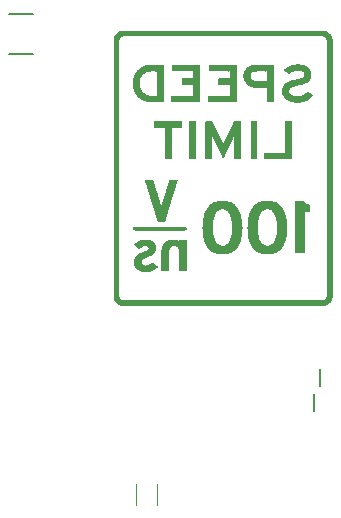
<source format=gbr>
%TF.GenerationSoftware,Altium Limited,Altium Designer,22.9.1 (49)*%
G04 Layer_Color=32896*
%FSLAX45Y45*%
%MOMM*%
%TF.SameCoordinates,E77D5F78-0586-4990-9624-58BD59020D5A*%
%TF.FilePolarity,Positive*%
%TF.FileFunction,Legend,Bot*%
%TF.Part,Single*%
G01*
G75*
%TA.AperFunction,NonConductor*%
%ADD63C,0.10000*%
%ADD64C,0.20000*%
G36*
X3957500Y5875000D02*
X3967500D01*
Y5872500D01*
X3972500D01*
Y5870000D01*
X3980000D01*
Y5867500D01*
X3982500D01*
Y5865000D01*
X3987500D01*
Y5862500D01*
X3992500D01*
Y5860000D01*
X3995000D01*
Y5857500D01*
X3997500D01*
Y5855000D01*
X4000000D01*
Y5852500D01*
X4002500D01*
Y5850000D01*
X4005000D01*
Y5847500D01*
X4007500D01*
Y5845000D01*
X4010000D01*
Y5842500D01*
X4012500D01*
Y5837500D01*
X4015000D01*
Y5832500D01*
X4017500D01*
Y5830000D01*
X4020000D01*
Y5822500D01*
X4022500D01*
Y5817500D01*
X4025000D01*
Y5807500D01*
X4027500D01*
Y3757500D01*
Y3755000D01*
Y3612500D01*
X4025000D01*
Y3602500D01*
X4022500D01*
Y3597500D01*
X4020000D01*
Y3590000D01*
X4017500D01*
Y3587500D01*
X4015000D01*
Y3582500D01*
X4012500D01*
Y3577500D01*
X4010000D01*
Y3575000D01*
X4007500D01*
Y3572500D01*
X4005000D01*
Y3570000D01*
X4002500D01*
Y3567500D01*
X4000000D01*
Y3565000D01*
X3997500D01*
Y3562500D01*
X3995000D01*
Y3560000D01*
X3992500D01*
Y3557500D01*
X3987500D01*
Y3555000D01*
X3982500D01*
Y3552500D01*
X3980000D01*
Y3550000D01*
X3972500D01*
Y3547500D01*
X3967500D01*
Y3545000D01*
X3957500D01*
Y3542500D01*
X2242500D01*
Y3545000D01*
X2232500D01*
Y3547500D01*
X2227500D01*
Y3550000D01*
X2220000D01*
Y3552500D01*
X2217500D01*
Y3555000D01*
X2212500D01*
Y3557500D01*
X2207500D01*
Y3560000D01*
X2205000D01*
Y3562500D01*
X2202500D01*
Y3565000D01*
X2200000D01*
Y3567500D01*
X2197500D01*
Y3570000D01*
X2195000D01*
Y3572500D01*
X2192500D01*
Y3575000D01*
X2190000D01*
Y3577500D01*
X2187500D01*
Y3582500D01*
X2185000D01*
Y3587500D01*
X2182500D01*
Y3590000D01*
X2180000D01*
Y3597500D01*
X2177500D01*
Y3602500D01*
X2175000D01*
Y3612500D01*
X2172500D01*
Y5807500D01*
X2175000D01*
Y5817500D01*
X2177500D01*
Y5822500D01*
X2180000D01*
Y5830000D01*
X2182500D01*
Y5832500D01*
X2185000D01*
Y5837500D01*
X2187500D01*
Y5842500D01*
X2190000D01*
Y5845000D01*
X2192500D01*
Y5847500D01*
X2195000D01*
Y5850000D01*
X2197500D01*
Y5852500D01*
X2200000D01*
Y5855000D01*
X2202500D01*
Y5857500D01*
X2205000D01*
Y5860000D01*
X2207500D01*
Y5862500D01*
X2212500D01*
Y5865000D01*
X2217500D01*
Y5867500D01*
X2220000D01*
Y5870000D01*
X2227500D01*
Y5872500D01*
X2232500D01*
Y5875000D01*
X2242500D01*
Y5877500D01*
X3957500D01*
Y5875000D01*
D02*
G37*
%LPC*%
G36*
X3950000Y5827500D02*
X2250000D01*
Y5825000D01*
X2242500D01*
Y5822500D01*
X2237500D01*
Y5820000D01*
X2235000D01*
Y5817500D01*
X2232500D01*
Y5815000D01*
X2230000D01*
Y5812500D01*
X2227500D01*
Y5807500D01*
X2225000D01*
Y5800000D01*
X2222500D01*
Y5790000D01*
X2220000D01*
Y3630000D01*
X2222500D01*
Y3620000D01*
X2225000D01*
Y3612500D01*
X2227500D01*
Y3607500D01*
X2230000D01*
Y3605000D01*
X2232500D01*
Y3602500D01*
X2235000D01*
Y3600000D01*
X2237500D01*
Y3597500D01*
X2242500D01*
Y3595000D01*
X2250000D01*
Y3592500D01*
X3950000D01*
Y3595000D01*
X3957500D01*
Y3597500D01*
X3962500D01*
Y3600000D01*
X3965000D01*
Y3602500D01*
X3967500D01*
Y3605000D01*
X3970000D01*
Y3607500D01*
X3972500D01*
Y3612500D01*
X3975000D01*
Y3620000D01*
X3977500D01*
Y3630000D01*
X3980000D01*
Y3632500D01*
X3977500D01*
Y3637500D01*
X3980000D01*
Y3657500D01*
Y3660000D01*
Y5782500D01*
X3977500D01*
Y5787500D01*
X3980000D01*
Y5790000D01*
X3977500D01*
Y5800000D01*
X3975000D01*
Y5807500D01*
X3972500D01*
Y5812500D01*
X3970000D01*
Y5815000D01*
X3967500D01*
Y5817500D01*
X3965000D01*
Y5820000D01*
X3962500D01*
Y5822500D01*
X3957500D01*
Y5825000D01*
X3950000D01*
Y5827500D01*
D02*
G37*
%LPD*%
G36*
X3215000Y5587500D02*
X3217500D01*
Y5270000D01*
X2972500D01*
Y5325000D01*
X2977500D01*
Y5327500D01*
X3147500D01*
Y5325000D01*
X3152500D01*
Y5327500D01*
X3157500D01*
Y5412500D01*
X3155000D01*
Y5415000D01*
X3060000D01*
Y5470000D01*
X3062500D01*
Y5472500D01*
X3157500D01*
Y5530000D01*
X3155000D01*
Y5532500D01*
X3147500D01*
Y5530000D01*
X3142500D01*
Y5532500D01*
X2985000D01*
Y5530000D01*
X2982500D01*
Y5532500D01*
X2980000D01*
Y5590000D01*
X3215000D01*
Y5587500D01*
D02*
G37*
G36*
X2907500Y5270000D02*
X2665000D01*
Y5272500D01*
X2662500D01*
Y5325000D01*
X2665000D01*
Y5327500D01*
X2670000D01*
Y5325000D01*
X2672500D01*
Y5327500D01*
X2842500D01*
Y5325000D01*
X2845000D01*
Y5327500D01*
X2847500D01*
Y5415000D01*
X2750000D01*
Y5470000D01*
X2752500D01*
Y5472500D01*
X2847500D01*
Y5532500D01*
X2670000D01*
Y5535000D01*
X2667500D01*
Y5540000D01*
X2670000D01*
Y5590000D01*
X2907500D01*
Y5270000D01*
D02*
G37*
G36*
X3532500Y5587500D02*
X3535000D01*
Y5450000D01*
Y5447500D01*
Y5270000D01*
X3475000D01*
Y5392500D01*
X3472500D01*
Y5395000D01*
X3357500D01*
Y5397500D01*
X3342500D01*
Y5400000D01*
X3337500D01*
Y5402500D01*
X3330000D01*
Y5405000D01*
X3325000D01*
Y5407500D01*
X3320000D01*
Y5410000D01*
X3315000D01*
Y5412500D01*
X3312500D01*
Y5415000D01*
X3310000D01*
Y5417500D01*
X3307500D01*
Y5420000D01*
X3305000D01*
Y5422500D01*
X3300000D01*
Y5425000D01*
X3297500D01*
Y5430000D01*
X3295000D01*
Y5432500D01*
X3292500D01*
Y5435000D01*
X3290000D01*
Y5440000D01*
X3287500D01*
Y5442500D01*
X3285000D01*
Y5447500D01*
X3282500D01*
Y5452500D01*
X3280000D01*
Y5460000D01*
X3277500D01*
Y5465000D01*
X3275000D01*
Y5477500D01*
X3272500D01*
Y5507500D01*
X3275000D01*
Y5517500D01*
X3277500D01*
Y5525000D01*
X3280000D01*
Y5532500D01*
X3282500D01*
Y5535000D01*
X3285000D01*
Y5540000D01*
X3287500D01*
Y5545000D01*
X3290000D01*
Y5547500D01*
X3292500D01*
Y5552500D01*
X3295000D01*
Y5555000D01*
X3297500D01*
Y5557500D01*
X3300000D01*
Y5560000D01*
X3302500D01*
Y5562500D01*
X3305000D01*
Y5565000D01*
X3310000D01*
Y5567500D01*
X3312500D01*
Y5570000D01*
X3317500D01*
Y5572500D01*
X3320000D01*
Y5575000D01*
X3325000D01*
Y5577500D01*
X3330000D01*
Y5580000D01*
X3335000D01*
Y5582500D01*
X3342500D01*
Y5585000D01*
X3355000D01*
Y5587500D01*
X3372500D01*
Y5590000D01*
X3532500D01*
Y5587500D01*
D02*
G37*
G36*
X2595000D02*
X2597500D01*
Y5270000D01*
X2467500D01*
Y5272500D01*
X2455000D01*
Y5275000D01*
X2445000D01*
Y5277500D01*
X2435000D01*
Y5280000D01*
X2430000D01*
Y5282500D01*
X2425000D01*
Y5285000D01*
X2420000D01*
Y5287500D01*
X2415000D01*
Y5290000D01*
X2410000D01*
Y5292500D01*
X2407500D01*
Y5295000D01*
X2402500D01*
Y5297500D01*
X2397500D01*
Y5300000D01*
X2395000D01*
Y5302500D01*
X2392500D01*
Y5305000D01*
X2390000D01*
Y5307500D01*
X2387500D01*
Y5310000D01*
X2382500D01*
Y5312500D01*
X2380000D01*
Y5315000D01*
X2377500D01*
Y5317500D01*
X2375000D01*
Y5322500D01*
X2372500D01*
Y5325000D01*
X2370000D01*
Y5327500D01*
X2367500D01*
Y5330000D01*
X2365000D01*
Y5335000D01*
X2362500D01*
Y5337500D01*
X2360000D01*
Y5342500D01*
X2357500D01*
Y5345000D01*
X2355000D01*
Y5350000D01*
X2352500D01*
Y5355000D01*
X2350000D01*
Y5360000D01*
X2347500D01*
Y5367500D01*
X2345000D01*
Y5375000D01*
X2342500D01*
Y5382500D01*
X2340000D01*
Y5397500D01*
X2337500D01*
Y5417500D01*
X2335000D01*
Y5440000D01*
X2337500D01*
Y5460000D01*
X2340000D01*
Y5475000D01*
X2342500D01*
Y5482500D01*
X2345000D01*
Y5490000D01*
X2347500D01*
Y5497500D01*
X2350000D01*
Y5502500D01*
X2352500D01*
Y5507500D01*
X2355000D01*
Y5512500D01*
X2357500D01*
Y5517500D01*
X2360000D01*
Y5520000D01*
X2362500D01*
Y5525000D01*
X2365000D01*
Y5527500D01*
X2367500D01*
Y5530000D01*
X2370000D01*
Y5532500D01*
X2372500D01*
Y5537500D01*
X2375000D01*
Y5540000D01*
X2377500D01*
Y5542500D01*
X2380000D01*
Y5545000D01*
X2382500D01*
Y5547500D01*
X2385000D01*
Y5550000D01*
X2390000D01*
Y5552500D01*
X2392500D01*
Y5555000D01*
X2395000D01*
Y5557500D01*
X2400000D01*
Y5560000D01*
X2402500D01*
Y5562500D01*
X2405000D01*
Y5565000D01*
X2410000D01*
Y5567500D01*
X2412500D01*
Y5570000D01*
X2420000D01*
Y5572500D01*
X2425000D01*
Y5575000D01*
X2430000D01*
Y5577500D01*
X2437500D01*
Y5580000D01*
X2442500D01*
Y5582500D01*
X2452500D01*
Y5585000D01*
X2465000D01*
Y5587500D01*
X2482500D01*
Y5590000D01*
X2595000D01*
Y5587500D01*
D02*
G37*
G36*
X3752500Y5590000D02*
X3772500D01*
Y5587500D01*
X3780000D01*
Y5585000D01*
X3787500D01*
Y5582500D01*
X3795000D01*
Y5580000D01*
X3800000D01*
Y5577500D01*
X3805000D01*
Y5575000D01*
X3807500D01*
Y5572500D01*
X3812500D01*
Y5570000D01*
X3815000D01*
Y5567500D01*
X3820000D01*
Y5565000D01*
X3822500D01*
Y5562500D01*
X3825000D01*
Y5560000D01*
X3827500D01*
Y5557500D01*
X3830000D01*
Y5552500D01*
X3832500D01*
Y5550000D01*
X3835000D01*
Y5547500D01*
X3837500D01*
Y5542500D01*
X3840000D01*
Y5537500D01*
X3842500D01*
Y5532500D01*
X3845000D01*
Y5525000D01*
X3847500D01*
Y5482500D01*
X3845000D01*
Y5475000D01*
X3842500D01*
Y5470000D01*
X3840000D01*
Y5462500D01*
X3837500D01*
Y5460000D01*
X3835000D01*
Y5457500D01*
X3832500D01*
Y5452500D01*
X3830000D01*
Y5450000D01*
X3827500D01*
Y5447500D01*
X3825000D01*
Y5445000D01*
X3822500D01*
Y5442500D01*
X3817500D01*
Y5440000D01*
X3815000D01*
Y5437500D01*
X3812500D01*
Y5435000D01*
X3807500D01*
Y5432500D01*
X3805000D01*
Y5430000D01*
X3797500D01*
Y5427500D01*
X3792500D01*
Y5425000D01*
X3782500D01*
Y5422500D01*
X3772500D01*
Y5420000D01*
X3765000D01*
Y5417500D01*
X3755000D01*
Y5415000D01*
X3747500D01*
Y5412500D01*
X3737500D01*
Y5410000D01*
X3725000D01*
Y5407500D01*
X3720000D01*
Y5405000D01*
X3707500D01*
Y5402500D01*
X3697500D01*
Y5400000D01*
X3692500D01*
Y5397500D01*
X3685000D01*
Y5395000D01*
X3677500D01*
Y5392500D01*
X3675000D01*
Y5390000D01*
X3670000D01*
Y5387500D01*
X3667500D01*
Y5385000D01*
X3665000D01*
Y5382500D01*
X3662500D01*
Y5377500D01*
X3660000D01*
Y5370000D01*
X3657500D01*
Y5365000D01*
X3660000D01*
Y5362500D01*
X3657500D01*
Y5360000D01*
X3660000D01*
Y5352500D01*
X3662500D01*
Y5347500D01*
X3665000D01*
Y5345000D01*
X3667500D01*
Y5342500D01*
X3670000D01*
Y5340000D01*
X3672500D01*
Y5337500D01*
X3675000D01*
Y5335000D01*
X3680000D01*
Y5332500D01*
X3685000D01*
Y5330000D01*
X3692500D01*
Y5327500D01*
X3700000D01*
Y5325000D01*
X3717500D01*
Y5322500D01*
X3742500D01*
Y5325000D01*
X3760000D01*
Y5327500D01*
X3767500D01*
Y5330000D01*
X3775000D01*
Y5332500D01*
X3780000D01*
Y5335000D01*
X3785000D01*
Y5337500D01*
X3790000D01*
Y5340000D01*
X3792500D01*
Y5342500D01*
X3795000D01*
Y5345000D01*
X3800000D01*
Y5347500D01*
X3802500D01*
Y5350000D01*
X3805000D01*
Y5352500D01*
X3807500D01*
Y5355000D01*
X3810000D01*
Y5357500D01*
X3812500D01*
Y5360000D01*
X3815000D01*
Y5362500D01*
X3820000D01*
Y5360000D01*
X3822500D01*
Y5357500D01*
X3825000D01*
Y5355000D01*
X3830000D01*
Y5352500D01*
X3832500D01*
Y5350000D01*
X3835000D01*
Y5347500D01*
X3840000D01*
Y5345000D01*
X3842500D01*
Y5342500D01*
X3845000D01*
Y5340000D01*
X3850000D01*
Y5337500D01*
X3852500D01*
Y5335000D01*
X3855000D01*
Y5332500D01*
X3857500D01*
Y5330000D01*
X3862500D01*
Y5325000D01*
X3860000D01*
Y5322500D01*
X3857500D01*
Y5320000D01*
X3855000D01*
Y5317500D01*
X3852500D01*
Y5315000D01*
X3850000D01*
Y5312500D01*
X3847500D01*
Y5310000D01*
X3845000D01*
Y5307500D01*
X3842500D01*
Y5305000D01*
X3840000D01*
Y5302500D01*
X3835000D01*
Y5300000D01*
X3832500D01*
Y5297500D01*
X3830000D01*
Y5295000D01*
X3825000D01*
Y5292500D01*
X3822500D01*
Y5290000D01*
X3817500D01*
Y5287500D01*
X3815000D01*
Y5285000D01*
X3810000D01*
Y5282500D01*
X3802500D01*
Y5280000D01*
X3797500D01*
Y5277500D01*
X3790000D01*
Y5275000D01*
X3782500D01*
Y5272500D01*
X3775000D01*
Y5270000D01*
X3760000D01*
Y5267500D01*
X3740000D01*
Y5265000D01*
X3717500D01*
Y5267500D01*
X3697500D01*
Y5270000D01*
X3685000D01*
Y5272500D01*
X3677500D01*
Y5275000D01*
X3670000D01*
Y5277500D01*
X3662500D01*
Y5280000D01*
X3657500D01*
Y5282500D01*
X3652500D01*
Y5285000D01*
X3647500D01*
Y5287500D01*
X3642500D01*
Y5290000D01*
X3640000D01*
Y5292500D01*
X3635000D01*
Y5295000D01*
X3632500D01*
Y5297500D01*
X3630000D01*
Y5300000D01*
X3627500D01*
Y5302500D01*
X3625000D01*
Y5305000D01*
X3622500D01*
Y5307500D01*
X3620000D01*
Y5310000D01*
X3617500D01*
Y5312500D01*
X3615000D01*
Y5315000D01*
X3612500D01*
Y5320000D01*
X3610000D01*
Y5322500D01*
X3607500D01*
Y5330000D01*
X3605000D01*
Y5335000D01*
X3602500D01*
Y5345000D01*
X3600000D01*
Y5380000D01*
X3602500D01*
Y5390000D01*
X3605000D01*
Y5397500D01*
X3607500D01*
Y5402500D01*
X3610000D01*
Y5407500D01*
X3612500D01*
Y5412500D01*
X3615000D01*
Y5415000D01*
X3617500D01*
Y5417500D01*
X3620000D01*
Y5422500D01*
X3622500D01*
Y5425000D01*
X3625000D01*
Y5427500D01*
X3627500D01*
Y5430000D01*
X3630000D01*
Y5432500D01*
X3635000D01*
Y5435000D01*
X3637500D01*
Y5437500D01*
X3642500D01*
Y5440000D01*
X3645000D01*
Y5442500D01*
X3652500D01*
Y5445000D01*
X3657500D01*
Y5447500D01*
X3662500D01*
Y5450000D01*
X3670000D01*
Y5452500D01*
X3677500D01*
Y5455000D01*
X3685000D01*
Y5457500D01*
X3697500D01*
Y5460000D01*
X3702500D01*
Y5462500D01*
X3715000D01*
Y5465000D01*
X3727500D01*
Y5467500D01*
X3737500D01*
Y5470000D01*
X3750000D01*
Y5472500D01*
X3757500D01*
Y5475000D01*
X3765000D01*
Y5477500D01*
X3772500D01*
Y5480000D01*
X3775000D01*
Y5482500D01*
X3780000D01*
Y5485000D01*
X3782500D01*
Y5487500D01*
X3785000D01*
Y5490000D01*
X3787500D01*
Y5515000D01*
X3785000D01*
Y5520000D01*
X3782500D01*
Y5522500D01*
X3780000D01*
Y5525000D01*
X3777500D01*
Y5527500D01*
X3772500D01*
Y5530000D01*
X3767500D01*
Y5532500D01*
X3760000D01*
Y5535000D01*
X3740000D01*
Y5537500D01*
X3732500D01*
Y5535000D01*
X3710000D01*
Y5532500D01*
X3702500D01*
Y5530000D01*
X3692500D01*
Y5527500D01*
X3687500D01*
Y5525000D01*
X3682500D01*
Y5522500D01*
X3677500D01*
Y5520000D01*
X3675000D01*
Y5517500D01*
X3672500D01*
Y5515000D01*
X3667500D01*
Y5512500D01*
X3665000D01*
Y5510000D01*
X3662500D01*
Y5507500D01*
X3660000D01*
Y5505000D01*
X3657500D01*
Y5507500D01*
X3655000D01*
Y5510000D01*
X3650000D01*
Y5512500D01*
X3647500D01*
Y5515000D01*
X3645000D01*
Y5517500D01*
X3642500D01*
Y5520000D01*
X3640000D01*
Y5522500D01*
X3637500D01*
Y5525000D01*
X3635000D01*
Y5527500D01*
X3630000D01*
Y5530000D01*
X3627500D01*
Y5532500D01*
X3625000D01*
Y5535000D01*
X3622500D01*
Y5537500D01*
X3620000D01*
Y5540000D01*
X3617500D01*
Y5547500D01*
X3620000D01*
Y5550000D01*
X3622500D01*
Y5552500D01*
X3625000D01*
Y5555000D01*
X3630000D01*
Y5557500D01*
X3632500D01*
Y5560000D01*
X3635000D01*
Y5562500D01*
X3640000D01*
Y5565000D01*
X3642500D01*
Y5567500D01*
X3647500D01*
Y5570000D01*
X3652500D01*
Y5572500D01*
X3655000D01*
Y5575000D01*
X3660000D01*
Y5577500D01*
X3667500D01*
Y5580000D01*
X3672500D01*
Y5582500D01*
X3680000D01*
Y5585000D01*
X3690000D01*
Y5587500D01*
X3697500D01*
Y5590000D01*
X3720000D01*
Y5592500D01*
X3752500D01*
Y5590000D01*
D02*
G37*
G36*
X3250000Y4790000D02*
X3195000D01*
Y4792500D01*
X3192500D01*
Y4795000D01*
X3195000D01*
Y4800000D01*
X3192500D01*
Y4917500D01*
X3195000D01*
Y4920000D01*
X3192500D01*
Y4927500D01*
X3195000D01*
Y4937500D01*
X3192500D01*
Y4950000D01*
X3195000D01*
Y4957500D01*
X3192500D01*
Y4967500D01*
X3195000D01*
Y4972500D01*
X3192500D01*
Y4977500D01*
X3190000D01*
Y4975000D01*
X3187500D01*
Y4967500D01*
X3185000D01*
Y4962500D01*
X3182500D01*
Y4960000D01*
X3180000D01*
Y4952500D01*
X3177500D01*
Y4950000D01*
X3175000D01*
Y4942500D01*
X3172500D01*
Y4937500D01*
X3170000D01*
Y4932500D01*
X3167500D01*
Y4927500D01*
X3165000D01*
Y4920000D01*
X3162500D01*
Y4917500D01*
X3160000D01*
Y4910000D01*
X3157500D01*
Y4905000D01*
X3155000D01*
Y4902500D01*
X3152500D01*
Y4895000D01*
X3150000D01*
Y4890000D01*
X3147500D01*
Y4885000D01*
X3145000D01*
Y4880000D01*
X3142500D01*
Y4875000D01*
X3140000D01*
Y4870000D01*
X3137500D01*
Y4865000D01*
X3135000D01*
Y4860000D01*
X3132500D01*
Y4852500D01*
X3130000D01*
Y4850000D01*
X3127500D01*
Y4842500D01*
X3125000D01*
Y4837500D01*
X3122500D01*
Y4832500D01*
X3120000D01*
Y4827500D01*
X3117500D01*
Y4822500D01*
X3115000D01*
Y4817500D01*
X3112500D01*
Y4810000D01*
X3110000D01*
Y4807500D01*
X3107500D01*
Y4800000D01*
X3105000D01*
Y4795000D01*
X3102500D01*
Y4792500D01*
X3100000D01*
Y4795000D01*
X3097500D01*
Y4800000D01*
X3095000D01*
Y4805000D01*
X3092500D01*
Y4810000D01*
X3090000D01*
Y4815000D01*
X3087500D01*
Y4820000D01*
X3085000D01*
Y4825000D01*
X3082500D01*
Y4830000D01*
X3080000D01*
Y4837500D01*
X3077500D01*
Y4840000D01*
X3075000D01*
Y4845000D01*
X3072500D01*
Y4852500D01*
X3070000D01*
Y4855000D01*
X3067500D01*
Y4862500D01*
X3065000D01*
Y4867500D01*
X3062500D01*
Y4872500D01*
X3060000D01*
Y4877500D01*
X3057500D01*
Y4882500D01*
X3055000D01*
Y4887500D01*
X3052500D01*
Y4892500D01*
X3050000D01*
Y4897500D01*
X3047500D01*
Y4902500D01*
X3045000D01*
Y4910000D01*
X3042500D01*
Y4912500D01*
X3040000D01*
Y4920000D01*
X3037500D01*
Y4925000D01*
X3035000D01*
Y4930000D01*
X3032500D01*
Y4935000D01*
X3030000D01*
Y4940000D01*
X3027500D01*
Y4945000D01*
X3025000D01*
Y4950000D01*
X3022500D01*
Y4955000D01*
X3020000D01*
Y4960000D01*
X3017500D01*
Y4965000D01*
X3015000D01*
Y4970000D01*
X3012500D01*
Y4977500D01*
X3007500D01*
Y4790000D01*
X2952500D01*
Y4792500D01*
X2950000D01*
Y5107500D01*
X2952500D01*
Y5110000D01*
X3007500D01*
Y5105000D01*
X3010000D01*
Y5102500D01*
X3012500D01*
Y5095000D01*
X3015000D01*
Y5090000D01*
X3017500D01*
Y5085000D01*
X3020000D01*
Y5080000D01*
X3022500D01*
Y5075000D01*
X3025000D01*
Y5070000D01*
X3027500D01*
Y5065000D01*
X3030000D01*
Y5060000D01*
X3032500D01*
Y5055000D01*
X3035000D01*
Y5050000D01*
X3037500D01*
Y5045000D01*
X3040000D01*
Y5040000D01*
X3042500D01*
Y5035000D01*
X3045000D01*
Y5030000D01*
X3047500D01*
Y5025000D01*
X3050000D01*
Y5020000D01*
X3052500D01*
Y5015000D01*
X3055000D01*
Y5010000D01*
X3057500D01*
Y5005000D01*
X3060000D01*
Y5000000D01*
X3062500D01*
Y4995000D01*
X3065000D01*
Y4990000D01*
X3067500D01*
Y4982500D01*
X3070000D01*
Y4980000D01*
X3072500D01*
Y4975000D01*
X3075000D01*
Y4970000D01*
X3077500D01*
Y4965000D01*
X3080000D01*
Y4960000D01*
X3082500D01*
Y4955000D01*
X3085000D01*
Y4950000D01*
X3087500D01*
Y4942500D01*
X3090000D01*
Y4940000D01*
X3092500D01*
Y4935000D01*
X3095000D01*
Y4930000D01*
X3097500D01*
Y4925000D01*
X3100000D01*
Y4922500D01*
X3102500D01*
Y4925000D01*
X3105000D01*
Y4930000D01*
X3107500D01*
Y4937500D01*
X3110000D01*
Y4940000D01*
X3112500D01*
Y4947500D01*
X3115000D01*
Y4952500D01*
X3117500D01*
Y4955000D01*
X3120000D01*
Y4962500D01*
X3122500D01*
Y4967500D01*
X3125000D01*
Y4972500D01*
X3127500D01*
Y4977500D01*
X3130000D01*
Y4982500D01*
X3132500D01*
Y4987500D01*
X3135000D01*
Y4992500D01*
X3137500D01*
Y4997500D01*
X3140000D01*
Y5002500D01*
X3142500D01*
Y5007500D01*
X3145000D01*
Y5012500D01*
X3147500D01*
Y5017500D01*
X3150000D01*
Y5022500D01*
X3152500D01*
Y5027500D01*
X3155000D01*
Y5032500D01*
X3157500D01*
Y5037500D01*
X3160000D01*
Y5045000D01*
X3162500D01*
Y5047500D01*
X3165000D01*
Y5052500D01*
X3167500D01*
Y5060000D01*
X3170000D01*
Y5062500D01*
X3172500D01*
Y5067500D01*
X3175000D01*
Y5075000D01*
X3177500D01*
Y5077500D01*
X3180000D01*
Y5085000D01*
X3182500D01*
Y5087500D01*
X3185000D01*
Y5095000D01*
X3187500D01*
Y5100000D01*
X3190000D01*
Y5102500D01*
X3192500D01*
Y5110000D01*
X3250000D01*
Y4790000D01*
D02*
G37*
G36*
X3682500Y5107500D02*
X3685000D01*
Y4792500D01*
X3682500D01*
Y4790000D01*
X3445000D01*
Y4837500D01*
X3452500D01*
Y4840000D01*
X3627500D01*
Y5070000D01*
Y5072500D01*
Y5110000D01*
X3682500D01*
Y5107500D01*
D02*
G37*
G36*
X3390000Y4790000D02*
X3332500D01*
Y4817500D01*
Y4820000D01*
Y5107500D01*
X3335000D01*
Y5110000D01*
X3390000D01*
Y4790000D01*
D02*
G37*
G36*
X2867500D02*
X2810000D01*
Y5032500D01*
Y5035000D01*
Y5110000D01*
X2867500D01*
Y4790000D01*
D02*
G37*
G36*
X2755000Y5052500D02*
X2665000D01*
Y4880000D01*
Y4877500D01*
Y4792500D01*
X2662500D01*
Y4790000D01*
X2607500D01*
Y5052500D01*
X2517500D01*
Y5055000D01*
X2515000D01*
Y5107500D01*
X2517500D01*
Y5110000D01*
X2755000D01*
Y5052500D01*
D02*
G37*
G36*
X2715000Y4605000D02*
X2712500D01*
Y4592500D01*
X2710000D01*
Y4590000D01*
X2707500D01*
Y4580000D01*
X2705000D01*
Y4570000D01*
X2702500D01*
Y4565000D01*
X2700000D01*
Y4555000D01*
X2697500D01*
Y4545000D01*
X2695000D01*
Y4540000D01*
X2692500D01*
Y4527500D01*
X2690000D01*
Y4522500D01*
X2687500D01*
Y4515000D01*
X2685000D01*
Y4502500D01*
X2682500D01*
Y4497500D01*
X2680000D01*
Y4490000D01*
X2677500D01*
Y4480000D01*
X2675000D01*
Y4472500D01*
X2672500D01*
Y4465000D01*
X2670000D01*
Y4457500D01*
X2667500D01*
Y4447500D01*
X2665000D01*
Y4440000D01*
X2662500D01*
Y4432500D01*
X2660000D01*
Y4422500D01*
X2657500D01*
Y4415000D01*
X2655000D01*
Y4407500D01*
X2652500D01*
Y4397500D01*
X2650000D01*
Y4390000D01*
X2647500D01*
Y4382500D01*
X2645000D01*
Y4372500D01*
X2642500D01*
Y4365000D01*
X2640000D01*
Y4357500D01*
X2637500D01*
Y4347500D01*
X2635000D01*
Y4340000D01*
X2632500D01*
Y4332500D01*
X2630000D01*
Y4325000D01*
X2627500D01*
Y4315000D01*
X2625000D01*
Y4307500D01*
X2622500D01*
Y4300000D01*
X2620000D01*
Y4290000D01*
X2617500D01*
Y4285000D01*
X2615000D01*
Y4275000D01*
X2612500D01*
Y4265000D01*
X2610000D01*
Y4260000D01*
X2607500D01*
Y4257500D01*
X2545000D01*
Y4267500D01*
X2542500D01*
Y4272500D01*
X2540000D01*
Y4282500D01*
X2537500D01*
Y4290000D01*
X2535000D01*
Y4297500D01*
X2532500D01*
Y4307500D01*
X2530000D01*
Y4312500D01*
X2527500D01*
Y4322500D01*
X2525000D01*
Y4330000D01*
X2522500D01*
Y4337500D01*
X2520000D01*
Y4347500D01*
X2517500D01*
Y4355000D01*
X2515000D01*
Y4362500D01*
X2512500D01*
Y4372500D01*
X2510000D01*
Y4380000D01*
X2507500D01*
Y4387500D01*
X2505000D01*
Y4397500D01*
X2502500D01*
Y4402500D01*
X2500000D01*
Y4412500D01*
X2497500D01*
Y4417500D01*
X2495000D01*
Y4427500D01*
X2492500D01*
Y4437500D01*
X2490000D01*
Y4442500D01*
X2487500D01*
Y4452500D01*
X2485000D01*
Y4462500D01*
X2482500D01*
Y4467500D01*
X2480000D01*
Y4477500D01*
X2477500D01*
Y4485000D01*
X2475000D01*
Y4492500D01*
X2472500D01*
Y4502500D01*
X2470000D01*
Y4507500D01*
X2467500D01*
Y4517500D01*
X2465000D01*
Y4527500D01*
X2462500D01*
Y4532500D01*
X2460000D01*
Y4542500D01*
X2457500D01*
Y4550000D01*
X2455000D01*
Y4557500D01*
X2452500D01*
Y4567500D01*
X2450000D01*
Y4572500D01*
X2447500D01*
Y4582500D01*
X2445000D01*
Y4590000D01*
X2442500D01*
Y4597500D01*
X2440000D01*
Y4610000D01*
X2510000D01*
Y4605000D01*
X2512500D01*
Y4592500D01*
X2515000D01*
Y4587500D01*
X2517500D01*
Y4580000D01*
X2520000D01*
Y4570000D01*
X2522500D01*
Y4565000D01*
X2525000D01*
Y4555000D01*
X2527500D01*
Y4545000D01*
X2530000D01*
Y4540000D01*
X2532500D01*
Y4530000D01*
X2535000D01*
Y4522500D01*
X2537500D01*
Y4515000D01*
X2540000D01*
Y4505000D01*
X2542500D01*
Y4500000D01*
X2545000D01*
Y4492500D01*
X2547500D01*
Y4482500D01*
X2550000D01*
Y4475000D01*
X2552500D01*
Y4467500D01*
X2555000D01*
Y4460000D01*
X2557500D01*
Y4450000D01*
X2560000D01*
Y4442500D01*
X2562500D01*
Y4437500D01*
X2565000D01*
Y4427500D01*
X2567500D01*
Y4420000D01*
X2570000D01*
Y4412500D01*
X2572500D01*
Y4405000D01*
X2575000D01*
Y4402500D01*
X2580000D01*
Y4407500D01*
X2582500D01*
Y4417500D01*
X2585000D01*
Y4425000D01*
X2587500D01*
Y4432500D01*
X2590000D01*
Y4440000D01*
X2592500D01*
Y4447500D01*
X2595000D01*
Y4455000D01*
X2597500D01*
Y4462500D01*
X2600000D01*
Y4472500D01*
X2602500D01*
Y4480000D01*
X2605000D01*
Y4487500D01*
X2607500D01*
Y4495000D01*
X2610000D01*
Y4502500D01*
X2612500D01*
Y4510000D01*
X2615000D01*
Y4520000D01*
X2617500D01*
Y4525000D01*
X2620000D01*
Y4535000D01*
X2622500D01*
Y4540000D01*
X2625000D01*
Y4547500D01*
X2627500D01*
Y4560000D01*
X2630000D01*
Y4565000D01*
X2632500D01*
Y4572500D01*
X2635000D01*
Y4582500D01*
X2637500D01*
Y4587500D01*
X2640000D01*
Y4597500D01*
X2642500D01*
Y4605000D01*
X2645000D01*
Y4610000D01*
X2715000D01*
Y4605000D01*
D02*
G37*
G36*
X2780000Y4215000D02*
X2787500D01*
Y4210000D01*
X2792500D01*
Y4202500D01*
X2795000D01*
Y4197500D01*
X2792500D01*
Y4190000D01*
X2787500D01*
Y4185000D01*
X2780000D01*
Y4182500D01*
X2352500D01*
Y4185000D01*
X2342500D01*
Y4187500D01*
X2340000D01*
Y4190000D01*
X2337500D01*
Y4192500D01*
X2335000D01*
Y4207500D01*
X2337500D01*
Y4210000D01*
X2340000D01*
Y4212500D01*
X2342500D01*
Y4215000D01*
X2352500D01*
Y4217500D01*
X2780000D01*
Y4215000D01*
D02*
G37*
G36*
X3782500Y4430000D02*
X3785000D01*
Y4425000D01*
X3787500D01*
Y4422500D01*
X3792500D01*
Y4417500D01*
X3797500D01*
Y4415000D01*
X3800000D01*
Y4412500D01*
X3805000D01*
Y4410000D01*
X3810000D01*
Y4407500D01*
X3815000D01*
Y4405000D01*
X3825000D01*
Y4402500D01*
X3837500D01*
Y4400000D01*
X3840000D01*
Y4345000D01*
X3837500D01*
Y4342500D01*
X3800000D01*
Y4340000D01*
X3797500D01*
Y4270000D01*
Y4267500D01*
Y3990000D01*
X3712500D01*
Y4432500D01*
X3782500D01*
Y4430000D01*
D02*
G37*
G36*
X3495000Y4435000D02*
X3515000D01*
Y4432500D01*
X3522500D01*
Y4430000D01*
X3535000D01*
Y4427500D01*
X3540000D01*
Y4425000D01*
X3545000D01*
Y4422500D01*
X3552500D01*
Y4420000D01*
X3555000D01*
Y4417500D01*
X3560000D01*
Y4415000D01*
X3565000D01*
Y4412500D01*
X3567500D01*
Y4410000D01*
X3570000D01*
Y4407500D01*
X3575000D01*
Y4405000D01*
X3577500D01*
Y4402500D01*
X3580000D01*
Y4400000D01*
X3582500D01*
Y4397500D01*
X3585000D01*
Y4395000D01*
X3587500D01*
Y4392500D01*
X3590000D01*
Y4390000D01*
X3592500D01*
Y4387500D01*
X3595000D01*
Y4385000D01*
X3597500D01*
Y4380000D01*
X3600000D01*
Y4375000D01*
X3602500D01*
Y4372500D01*
X3605000D01*
Y4370000D01*
X3607500D01*
Y4365000D01*
X3610000D01*
Y4362500D01*
X3612500D01*
Y4355000D01*
X3615000D01*
Y4352500D01*
X3617500D01*
Y4347500D01*
X3620000D01*
Y4337500D01*
X3622500D01*
Y4335000D01*
X3625000D01*
Y4327500D01*
X3627500D01*
Y4317500D01*
X3630000D01*
Y4312500D01*
X3632500D01*
Y4302500D01*
X3635000D01*
Y4292500D01*
X3637500D01*
Y4290000D01*
X3635000D01*
Y4285000D01*
X3637500D01*
Y4280000D01*
X3640000D01*
Y4252500D01*
X3642500D01*
Y4250000D01*
X3640000D01*
Y4247500D01*
X3642500D01*
Y4217500D01*
X3645000D01*
Y4200000D01*
X3642500D01*
Y4165000D01*
X3640000D01*
Y4142500D01*
X3637500D01*
Y4127500D01*
X3635000D01*
Y4115000D01*
X3632500D01*
Y4105000D01*
X3630000D01*
Y4097500D01*
X3627500D01*
Y4087500D01*
X3625000D01*
Y4082500D01*
X3622500D01*
Y4075000D01*
X3620000D01*
Y4070000D01*
X3617500D01*
Y4065000D01*
X3615000D01*
Y4060000D01*
X3612500D01*
Y4055000D01*
X3610000D01*
Y4050000D01*
X3607500D01*
Y4047500D01*
X3605000D01*
Y4042500D01*
X3602500D01*
Y4040000D01*
X3600000D01*
Y4037500D01*
X3597500D01*
Y4032500D01*
X3595000D01*
Y4030000D01*
X3592500D01*
Y4027500D01*
X3590000D01*
Y4025000D01*
X3587500D01*
Y4022500D01*
X3585000D01*
Y4020000D01*
X3582500D01*
Y4017500D01*
X3580000D01*
Y4015000D01*
X3577500D01*
Y4012500D01*
X3575000D01*
Y4010000D01*
X3570000D01*
Y4007500D01*
X3567500D01*
Y4005000D01*
X3562500D01*
Y4002500D01*
X3560000D01*
Y4000000D01*
X3555000D01*
Y3997500D01*
X3550000D01*
Y3995000D01*
X3545000D01*
Y3992500D01*
X3540000D01*
Y3990000D01*
X3530000D01*
Y3987500D01*
X3525000D01*
Y3985000D01*
X3507500D01*
Y3982500D01*
X3440000D01*
Y3985000D01*
X3425000D01*
Y3987500D01*
X3420000D01*
Y3990000D01*
X3410000D01*
Y3992500D01*
X3405000D01*
Y3995000D01*
X3397500D01*
Y3997500D01*
X3392500D01*
Y4000000D01*
X3390000D01*
Y4002500D01*
X3385000D01*
Y4005000D01*
X3380000D01*
Y4007500D01*
X3377500D01*
Y4010000D01*
X3375000D01*
Y4012500D01*
X3370000D01*
Y4015000D01*
X3367500D01*
Y4017500D01*
X3365000D01*
Y4020000D01*
X3362500D01*
Y4022500D01*
X3360000D01*
Y4025000D01*
X3357500D01*
Y4027500D01*
X3355000D01*
Y4030000D01*
X3352500D01*
Y4035000D01*
X3350000D01*
Y4037500D01*
X3347500D01*
Y4042500D01*
X3345000D01*
Y4045000D01*
X3342500D01*
Y4050000D01*
X3340000D01*
Y4055000D01*
X3337500D01*
Y4057500D01*
X3335000D01*
Y4062500D01*
X3332500D01*
Y4067500D01*
X3330000D01*
Y4072500D01*
X3327500D01*
Y4080000D01*
X3325000D01*
Y4087500D01*
X3322500D01*
Y4092500D01*
X3320000D01*
Y4105000D01*
X3317500D01*
Y4112500D01*
X3315000D01*
Y4125000D01*
X3312500D01*
Y4137500D01*
X3310000D01*
Y4152500D01*
X3307500D01*
Y4200000D01*
X3305000D01*
Y4217500D01*
X3307500D01*
Y4262500D01*
X3310000D01*
Y4277500D01*
X3312500D01*
Y4280000D01*
Y4282500D01*
Y4292500D01*
X3315000D01*
Y4302500D01*
X3317500D01*
Y4312500D01*
X3320000D01*
Y4322500D01*
X3322500D01*
Y4330000D01*
X3325000D01*
Y4335000D01*
X3327500D01*
Y4342500D01*
X3330000D01*
Y4347500D01*
X3332500D01*
Y4352500D01*
X3335000D01*
Y4357500D01*
X3337500D01*
Y4362500D01*
X3340000D01*
Y4367500D01*
X3342500D01*
Y4370000D01*
X3345000D01*
Y4375000D01*
X3347500D01*
Y4377500D01*
X3350000D01*
Y4380000D01*
X3352500D01*
Y4385000D01*
X3355000D01*
Y4387500D01*
X3357500D01*
Y4390000D01*
X3360000D01*
Y4392500D01*
X3362500D01*
Y4397500D01*
X3365000D01*
Y4400000D01*
X3370000D01*
Y4402500D01*
X3372500D01*
Y4405000D01*
X3375000D01*
Y4407500D01*
X3377500D01*
Y4410000D01*
X3380000D01*
Y4412500D01*
X3385000D01*
Y4415000D01*
X3387500D01*
Y4417500D01*
X3392500D01*
Y4420000D01*
X3397500D01*
Y4422500D01*
X3402500D01*
Y4425000D01*
X3410000D01*
Y4427500D01*
X3415000D01*
Y4430000D01*
X3425000D01*
Y4432500D01*
X3432500D01*
Y4435000D01*
X3457500D01*
Y4437500D01*
X3495000D01*
Y4435000D01*
D02*
G37*
G36*
X3115000D02*
X3135000D01*
Y4432500D01*
X3142500D01*
Y4430000D01*
X3155000D01*
Y4427500D01*
X3160000D01*
Y4425000D01*
X3165000D01*
Y4422500D01*
X3172500D01*
Y4420000D01*
X3175000D01*
Y4417500D01*
X3180000D01*
Y4415000D01*
X3185000D01*
Y4412500D01*
X3187500D01*
Y4410000D01*
X3190000D01*
Y4407500D01*
X3195000D01*
Y4405000D01*
X3197500D01*
Y4402500D01*
X3200000D01*
Y4400000D01*
X3202500D01*
Y4397500D01*
X3205000D01*
Y4395000D01*
X3207500D01*
Y4392500D01*
X3210000D01*
Y4390000D01*
X3212500D01*
Y4387500D01*
X3215000D01*
Y4385000D01*
X3217500D01*
Y4380000D01*
X3220000D01*
Y4375000D01*
X3222500D01*
Y4372500D01*
X3225000D01*
Y4370000D01*
X3227500D01*
Y4365000D01*
X3230000D01*
Y4362500D01*
X3232500D01*
Y4355000D01*
X3235000D01*
Y4352500D01*
X3237500D01*
Y4345000D01*
X3240000D01*
Y4337500D01*
X3242500D01*
Y4335000D01*
X3245000D01*
Y4327500D01*
X3247500D01*
Y4317500D01*
X3250000D01*
Y4312500D01*
X3252500D01*
Y4300000D01*
X3255000D01*
Y4292500D01*
X3257500D01*
Y4290000D01*
X3255000D01*
Y4285000D01*
X3257500D01*
Y4280000D01*
X3260000D01*
Y4252500D01*
X3262500D01*
Y4217500D01*
X3265000D01*
Y4200000D01*
X3262500D01*
Y4162500D01*
X3260000D01*
Y4142500D01*
X3257500D01*
Y4127500D01*
X3255000D01*
Y4115000D01*
X3252500D01*
Y4105000D01*
X3250000D01*
Y4097500D01*
X3247500D01*
Y4087500D01*
X3245000D01*
Y4082500D01*
X3242500D01*
Y4075000D01*
X3240000D01*
Y4070000D01*
X3237500D01*
Y4065000D01*
X3235000D01*
Y4060000D01*
X3232500D01*
Y4055000D01*
X3230000D01*
Y4050000D01*
X3227500D01*
Y4047500D01*
X3225000D01*
Y4042500D01*
X3222500D01*
Y4040000D01*
X3220000D01*
Y4037500D01*
X3217500D01*
Y4032500D01*
X3215000D01*
Y4030000D01*
X3212500D01*
Y4027500D01*
X3210000D01*
Y4025000D01*
X3207500D01*
Y4022500D01*
X3205000D01*
Y4020000D01*
X3202500D01*
Y4017500D01*
X3200000D01*
Y4015000D01*
X3197500D01*
Y4012500D01*
X3195000D01*
Y4010000D01*
X3190000D01*
Y4007500D01*
X3187500D01*
Y4005000D01*
X3182500D01*
Y4002500D01*
X3180000D01*
Y4000000D01*
X3175000D01*
Y3997500D01*
X3170000D01*
Y3995000D01*
X3165000D01*
Y3992500D01*
X3160000D01*
Y3990000D01*
X3150000D01*
Y3987500D01*
X3145000D01*
Y3985000D01*
X3127500D01*
Y3982500D01*
X3060000D01*
Y3985000D01*
X3045000D01*
Y3987500D01*
X3040000D01*
Y3990000D01*
X3030000D01*
Y3992500D01*
X3025000D01*
Y3995000D01*
X3020000D01*
Y3997500D01*
X3012500D01*
Y4000000D01*
X3010000D01*
Y4002500D01*
X3005000D01*
Y4005000D01*
X3000000D01*
Y4007500D01*
X2997500D01*
Y4010000D01*
X2995000D01*
Y4012500D01*
X2990000D01*
Y4015000D01*
X2987500D01*
Y4017500D01*
X2985000D01*
Y4020000D01*
X2982500D01*
Y4022500D01*
X2980000D01*
Y4025000D01*
X2977500D01*
Y4027500D01*
X2975000D01*
Y4030000D01*
X2972500D01*
Y4035000D01*
X2970000D01*
Y4037500D01*
X2967500D01*
Y4042500D01*
X2965000D01*
Y4045000D01*
X2962500D01*
Y4050000D01*
X2960000D01*
Y4055000D01*
X2957500D01*
Y4057500D01*
X2955000D01*
Y4062500D01*
X2952500D01*
Y4067500D01*
X2950000D01*
Y4072500D01*
X2947500D01*
Y4080000D01*
X2945000D01*
Y4087500D01*
X2942500D01*
Y4092500D01*
X2940000D01*
Y4105000D01*
X2937500D01*
Y4112500D01*
X2935000D01*
Y4125000D01*
X2932500D01*
Y4137500D01*
X2930000D01*
Y4150000D01*
Y4152500D01*
X2927500D01*
Y4200000D01*
X2925000D01*
Y4217500D01*
X2927500D01*
Y4262500D01*
X2930000D01*
Y4277500D01*
X2932500D01*
Y4292500D01*
X2935000D01*
Y4302500D01*
X2937500D01*
Y4312500D01*
X2940000D01*
Y4322500D01*
X2942500D01*
Y4330000D01*
X2945000D01*
Y4335000D01*
X2947500D01*
Y4342500D01*
X2950000D01*
Y4347500D01*
X2952500D01*
Y4352500D01*
X2955000D01*
Y4357500D01*
X2957500D01*
Y4362500D01*
X2960000D01*
Y4367500D01*
X2962500D01*
Y4370000D01*
X2965000D01*
Y4375000D01*
X2967500D01*
Y4377500D01*
X2970000D01*
Y4380000D01*
X2972500D01*
Y4385000D01*
X2975000D01*
Y4387500D01*
X2977500D01*
Y4390000D01*
X2980000D01*
Y4392500D01*
X2982500D01*
Y4397500D01*
X2985000D01*
Y4400000D01*
X2990000D01*
Y4402500D01*
X2992500D01*
Y4405000D01*
X2995000D01*
Y4407500D01*
X2997500D01*
Y4410000D01*
X3000000D01*
Y4412500D01*
X3005000D01*
Y4415000D01*
X3007500D01*
Y4417500D01*
X3015000D01*
Y4420000D01*
X3017500D01*
Y4422500D01*
X3022500D01*
Y4425000D01*
X3030000D01*
Y4427500D01*
X3035000D01*
Y4430000D01*
X3045000D01*
Y4432500D01*
X3052500D01*
Y4435000D01*
X3077500D01*
Y4437500D01*
X3115000D01*
Y4435000D01*
D02*
G37*
G36*
X2692500Y4105000D02*
X2707500D01*
Y4102500D01*
X2717500D01*
Y4100000D01*
X2720000D01*
Y4097500D01*
X2725000D01*
Y4100000D01*
X2727500D01*
Y4102500D01*
X2792500D01*
Y3947500D01*
Y3945000D01*
Y3842500D01*
X2727500D01*
Y4010000D01*
X2725000D01*
Y4025000D01*
X2722500D01*
Y4030000D01*
X2720000D01*
Y4035000D01*
X2717500D01*
Y4040000D01*
X2715000D01*
Y4042500D01*
X2712500D01*
Y4045000D01*
X2707500D01*
Y4047500D01*
X2705000D01*
Y4050000D01*
X2697500D01*
Y4052500D01*
X2690000D01*
Y4055000D01*
X2682500D01*
Y4052500D01*
X2675000D01*
Y4050000D01*
X2667500D01*
Y4047500D01*
X2665000D01*
Y4045000D01*
X2660000D01*
Y4042500D01*
X2657500D01*
Y4040000D01*
X2655000D01*
Y4037500D01*
X2652500D01*
Y4032500D01*
X2650000D01*
Y4030000D01*
X2647500D01*
Y4022500D01*
X2645000D01*
Y4012500D01*
X2642500D01*
Y3842500D01*
X2577500D01*
Y4022500D01*
X2580000D01*
Y4037500D01*
X2582500D01*
Y4045000D01*
X2585000D01*
Y4052500D01*
X2587500D01*
Y4057500D01*
X2590000D01*
Y4062500D01*
X2592500D01*
Y4067500D01*
X2595000D01*
Y4072500D01*
X2597500D01*
Y4075000D01*
X2600000D01*
Y4077500D01*
X2602500D01*
Y4080000D01*
X2605000D01*
Y4085000D01*
X2607500D01*
Y4087500D01*
X2610000D01*
Y4090000D01*
X2615000D01*
Y4092500D01*
X2617500D01*
Y4095000D01*
X2620000D01*
Y4097500D01*
X2625000D01*
Y4100000D01*
X2630000D01*
Y4102500D01*
X2637500D01*
Y4105000D01*
X2652500D01*
Y4107500D01*
X2692500D01*
Y4105000D01*
D02*
G37*
G36*
X2467500D02*
X2480000D01*
Y4102500D01*
X2490000D01*
Y4100000D01*
X2492500D01*
Y4097500D01*
X2497500D01*
Y4095000D01*
X2502500D01*
Y4092500D01*
X2505000D01*
Y4090000D01*
X2507500D01*
Y4087500D01*
X2510000D01*
Y4085000D01*
X2512500D01*
Y4082500D01*
X2515000D01*
Y4080000D01*
X2517500D01*
Y4077500D01*
X2520000D01*
Y4075000D01*
X2522500D01*
Y4072500D01*
X2525000D01*
Y4067500D01*
X2527500D01*
Y4062500D01*
X2530000D01*
Y4057500D01*
X2532500D01*
Y4047500D01*
X2535000D01*
Y4025000D01*
X2532500D01*
Y4012500D01*
X2530000D01*
Y4010000D01*
X2527500D01*
Y4005000D01*
X2525000D01*
Y4000000D01*
X2522500D01*
Y3995000D01*
X2520000D01*
Y3992500D01*
X2517500D01*
Y3990000D01*
X2515000D01*
Y3987500D01*
X2512500D01*
Y3985000D01*
X2510000D01*
Y3982500D01*
X2505000D01*
Y3980000D01*
X2502500D01*
Y3977500D01*
X2500000D01*
Y3975000D01*
X2495000D01*
Y3972500D01*
X2492500D01*
Y3970000D01*
X2485000D01*
Y3967500D01*
X2482500D01*
Y3965000D01*
X2475000D01*
Y3962500D01*
X2467500D01*
Y3960000D01*
X2465000D01*
Y3957500D01*
X2457500D01*
Y3955000D01*
X2450000D01*
Y3952500D01*
X2445000D01*
Y3950000D01*
X2440000D01*
Y3947500D01*
X2435000D01*
Y3945000D01*
X2432500D01*
Y3942500D01*
X2427500D01*
Y3940000D01*
X2425000D01*
Y3937500D01*
X2420000D01*
Y3935000D01*
X2417500D01*
Y3932500D01*
X2415000D01*
Y3927500D01*
X2412500D01*
Y3922500D01*
X2410000D01*
Y3907500D01*
X2412500D01*
Y3902500D01*
X2415000D01*
Y3900000D01*
X2417500D01*
Y3897500D01*
X2420000D01*
Y3895000D01*
X2425000D01*
Y3892500D01*
X2430000D01*
Y3890000D01*
X2440000D01*
Y3887500D01*
X2450000D01*
Y3890000D01*
X2462500D01*
Y3892500D01*
X2467500D01*
Y3895000D01*
X2472500D01*
Y3897500D01*
X2477500D01*
Y3900000D01*
X2482500D01*
Y3902500D01*
X2487500D01*
Y3905000D01*
X2490000D01*
Y3907500D01*
X2495000D01*
Y3910000D01*
X2497500D01*
Y3912500D01*
X2512500D01*
Y3910000D01*
X2515000D01*
Y3907500D01*
X2517500D01*
Y3905000D01*
X2520000D01*
Y3902500D01*
X2522500D01*
Y3900000D01*
X2525000D01*
Y3897500D01*
X2527500D01*
Y3895000D01*
X2530000D01*
Y3892500D01*
X2532500D01*
Y3890000D01*
X2535000D01*
Y3887500D01*
X2537500D01*
Y3885000D01*
X2540000D01*
Y3882500D01*
X2542500D01*
Y3880000D01*
X2545000D01*
Y3877500D01*
X2547500D01*
Y3875000D01*
X2545000D01*
Y3870000D01*
X2540000D01*
Y3867500D01*
X2537500D01*
Y3865000D01*
X2535000D01*
Y3862500D01*
X2530000D01*
Y3860000D01*
X2527500D01*
Y3857500D01*
X2522500D01*
Y3855000D01*
X2520000D01*
Y3852500D01*
X2517500D01*
Y3850000D01*
X2510000D01*
Y3847500D01*
X2507500D01*
Y3845000D01*
X2500000D01*
Y3842500D01*
X2492500D01*
Y3840000D01*
X2487500D01*
Y3837500D01*
X2475000D01*
Y3835000D01*
X2417500D01*
Y3837500D01*
X2402500D01*
Y3840000D01*
X2397500D01*
Y3842500D01*
X2390000D01*
Y3845000D01*
X2385000D01*
Y3847500D01*
X2380000D01*
Y3850000D01*
X2375000D01*
Y3852500D01*
X2372500D01*
Y3855000D01*
X2370000D01*
Y3857500D01*
X2367500D01*
Y3860000D01*
X2365000D01*
Y3862500D01*
X2362500D01*
Y3865000D01*
X2360000D01*
Y3867500D01*
X2357500D01*
Y3870000D01*
X2355000D01*
Y3875000D01*
X2352500D01*
Y3880000D01*
X2350000D01*
Y3885000D01*
X2347500D01*
Y3895000D01*
X2345000D01*
Y3930000D01*
X2347500D01*
Y3942500D01*
X2350000D01*
Y3947500D01*
X2352500D01*
Y3952500D01*
X2355000D01*
Y3957500D01*
X2357500D01*
Y3960000D01*
X2360000D01*
Y3962500D01*
X2362500D01*
Y3967500D01*
X2365000D01*
Y3970000D01*
X2367500D01*
Y3972500D01*
X2372500D01*
Y3975000D01*
X2375000D01*
Y3977500D01*
X2377500D01*
Y3980000D01*
X2380000D01*
Y3982500D01*
X2385000D01*
Y3985000D01*
X2387500D01*
Y3987500D01*
X2390000D01*
Y3990000D01*
X2395000D01*
Y3992500D01*
X2400000D01*
Y3995000D01*
X2405000D01*
Y3997500D01*
X2412500D01*
Y4000000D01*
X2415000D01*
Y4002500D01*
X2425000D01*
Y4005000D01*
X2432500D01*
Y4007500D01*
X2437500D01*
Y4010000D01*
X2445000D01*
Y4012500D01*
X2447500D01*
Y4015000D01*
X2455000D01*
Y4017500D01*
X2460000D01*
Y4020000D01*
X2462500D01*
Y4022500D01*
X2467500D01*
Y4030000D01*
X2470000D01*
Y4037500D01*
X2467500D01*
Y4042500D01*
X2465000D01*
Y4045000D01*
X2462500D01*
Y4047500D01*
X2460000D01*
Y4050000D01*
X2455000D01*
Y4052500D01*
X2435000D01*
Y4050000D01*
X2425000D01*
Y4047500D01*
X2420000D01*
Y4045000D01*
X2415000D01*
Y4042500D01*
X2410000D01*
Y4040000D01*
X2405000D01*
Y4037500D01*
X2402500D01*
Y4035000D01*
X2400000D01*
Y4032500D01*
X2397500D01*
Y4030000D01*
X2380000D01*
Y4032500D01*
X2377500D01*
Y4035000D01*
X2375000D01*
Y4037500D01*
X2372500D01*
Y4040000D01*
X2370000D01*
Y4042500D01*
X2367500D01*
Y4045000D01*
X2365000D01*
Y4047500D01*
X2362500D01*
Y4050000D01*
X2360000D01*
Y4055000D01*
X2355000D01*
Y4057500D01*
X2352500D01*
Y4062500D01*
X2347500D01*
Y4067500D01*
X2350000D01*
Y4070000D01*
X2352500D01*
Y4072500D01*
X2355000D01*
Y4075000D01*
X2357500D01*
Y4077500D01*
X2362500D01*
Y4080000D01*
X2365000D01*
Y4082500D01*
X2367500D01*
Y4085000D01*
X2372500D01*
Y4087500D01*
X2375000D01*
Y4090000D01*
X2380000D01*
Y4092500D01*
X2385000D01*
Y4095000D01*
X2387500D01*
Y4097500D01*
X2397500D01*
Y4100000D01*
X2400000D01*
Y4102500D01*
X2412500D01*
Y4105000D01*
X2427500D01*
Y4107500D01*
X2467500D01*
Y4105000D01*
D02*
G37*
%LPC*%
G36*
X3472500Y5532500D02*
X3460000D01*
Y5530000D01*
X3457500D01*
Y5532500D01*
X3387500D01*
Y5530000D01*
X3382500D01*
Y5532500D01*
X3377500D01*
Y5530000D01*
X3360000D01*
Y5527500D01*
X3355000D01*
Y5525000D01*
X3350000D01*
Y5522500D01*
X3345000D01*
Y5520000D01*
X3342500D01*
Y5517500D01*
X3340000D01*
Y5515000D01*
X3337500D01*
Y5510000D01*
X3335000D01*
Y5505000D01*
X3332500D01*
Y5477500D01*
X3335000D01*
Y5472500D01*
X3337500D01*
Y5470000D01*
X3340000D01*
Y5465000D01*
X3342500D01*
Y5462500D01*
X3347500D01*
Y5460000D01*
X3350000D01*
Y5457500D01*
X3355000D01*
Y5455000D01*
X3365000D01*
Y5452500D01*
X3475000D01*
Y5530000D01*
X3472500D01*
Y5532500D01*
D02*
G37*
G36*
X2535000D02*
X2530000D01*
Y5530000D01*
X2527500D01*
Y5532500D01*
X2492500D01*
Y5530000D01*
X2467500D01*
Y5527500D01*
X2460000D01*
Y5525000D01*
X2452500D01*
Y5522500D01*
X2447500D01*
Y5520000D01*
X2442500D01*
Y5517500D01*
X2437500D01*
Y5515000D01*
X2435000D01*
Y5512500D01*
X2430000D01*
Y5510000D01*
X2427500D01*
Y5507500D01*
X2425000D01*
Y5505000D01*
X2422500D01*
Y5502500D01*
X2420000D01*
Y5500000D01*
X2417500D01*
Y5497500D01*
X2415000D01*
Y5495000D01*
X2412500D01*
Y5490000D01*
X2410000D01*
Y5487500D01*
X2407500D01*
Y5482500D01*
X2405000D01*
Y5477500D01*
X2402500D01*
Y5472500D01*
X2400000D01*
Y5462500D01*
X2397500D01*
Y5450000D01*
X2395000D01*
Y5410000D01*
X2397500D01*
Y5397500D01*
X2400000D01*
Y5387500D01*
X2402500D01*
Y5382500D01*
X2405000D01*
Y5377500D01*
X2407500D01*
Y5372500D01*
X2410000D01*
Y5370000D01*
X2412500D01*
Y5365000D01*
X2415000D01*
Y5362500D01*
X2417500D01*
Y5360000D01*
X2420000D01*
Y5355000D01*
X2425000D01*
Y5352500D01*
X2427500D01*
Y5350000D01*
X2430000D01*
Y5347500D01*
X2432500D01*
Y5345000D01*
X2437500D01*
Y5342500D01*
X2442500D01*
Y5340000D01*
X2445000D01*
Y5337500D01*
X2450000D01*
Y5335000D01*
X2457500D01*
Y5332500D01*
X2462500D01*
Y5330000D01*
X2475000D01*
Y5327500D01*
X2537500D01*
Y5530000D01*
X2535000D01*
Y5532500D01*
D02*
G37*
G36*
X3195000Y4980000D02*
X3192500D01*
Y4977500D01*
X3195000D01*
Y4980000D01*
D02*
G37*
G36*
X3487500Y4365000D02*
X3465000D01*
Y4362500D01*
X3455000D01*
Y4360000D01*
X3452500D01*
Y4357500D01*
X3445000D01*
Y4355000D01*
X3442500D01*
Y4352500D01*
X3437500D01*
Y4350000D01*
X3435000D01*
Y4347500D01*
X3432500D01*
Y4345000D01*
X3430000D01*
Y4342500D01*
X3427500D01*
Y4340000D01*
X3425000D01*
Y4337500D01*
X3422500D01*
Y4335000D01*
X3420000D01*
Y4330000D01*
X3417500D01*
Y4325000D01*
X3415000D01*
Y4320000D01*
X3412500D01*
Y4312500D01*
X3410000D01*
Y4310000D01*
X3407500D01*
Y4302500D01*
X3405000D01*
Y4292500D01*
X3402500D01*
Y4285000D01*
X3400000D01*
Y4270000D01*
X3397500D01*
Y4255000D01*
X3395000D01*
Y4225000D01*
X3392500D01*
Y4195000D01*
X3395000D01*
Y4162500D01*
X3397500D01*
Y4145000D01*
X3400000D01*
Y4132500D01*
X3402500D01*
Y4125000D01*
X3405000D01*
Y4115000D01*
X3407500D01*
Y4107500D01*
X3410000D01*
Y4102500D01*
X3412500D01*
Y4095000D01*
X3415000D01*
Y4092500D01*
X3417500D01*
Y4087500D01*
X3420000D01*
Y4082500D01*
X3422500D01*
Y4080000D01*
X3425000D01*
Y4077500D01*
X3427500D01*
Y4075000D01*
X3430000D01*
Y4072500D01*
X3432500D01*
Y4070000D01*
X3437500D01*
Y4067500D01*
X3442500D01*
Y4065000D01*
X3447500D01*
Y4062500D01*
X3455000D01*
Y4060000D01*
X3460000D01*
Y4057500D01*
X3492500D01*
Y4060000D01*
X3497500D01*
Y4062500D01*
X3505000D01*
Y4065000D01*
X3507500D01*
Y4067500D01*
X3512500D01*
Y4070000D01*
X3517500D01*
Y4072500D01*
X3520000D01*
Y4075000D01*
X3522500D01*
Y4077500D01*
X3525000D01*
Y4080000D01*
X3527500D01*
Y4085000D01*
X3530000D01*
Y4087500D01*
X3532500D01*
Y4092500D01*
X3535000D01*
Y4097500D01*
X3537500D01*
Y4102500D01*
X3540000D01*
Y4107500D01*
X3542500D01*
Y4117500D01*
X3545000D01*
Y4125000D01*
X3547500D01*
Y4137500D01*
X3550000D01*
Y4145000D01*
X3552500D01*
Y4170000D01*
X3555000D01*
Y4245000D01*
X3552500D01*
Y4267500D01*
X3550000D01*
Y4277500D01*
X3547500D01*
Y4290000D01*
X3545000D01*
Y4297500D01*
X3542500D01*
Y4302500D01*
X3540000D01*
Y4312500D01*
X3537500D01*
Y4317500D01*
X3535000D01*
Y4322500D01*
X3532500D01*
Y4327500D01*
X3530000D01*
Y4332500D01*
X3527500D01*
Y4335000D01*
X3525000D01*
Y4340000D01*
X3522500D01*
Y4342500D01*
X3520000D01*
Y4345000D01*
X3517500D01*
Y4347500D01*
X3515000D01*
Y4350000D01*
X3512500D01*
Y4352500D01*
X3510000D01*
Y4355000D01*
X3505000D01*
Y4357500D01*
X3500000D01*
Y4360000D01*
X3495000D01*
Y4362500D01*
X3487500D01*
Y4365000D01*
D02*
G37*
G36*
X3107500D02*
X3085000D01*
Y4362500D01*
X3075000D01*
Y4360000D01*
X3072500D01*
Y4357500D01*
X3065000D01*
Y4355000D01*
X3062500D01*
Y4352500D01*
X3060000D01*
Y4350000D01*
X3055000D01*
Y4347500D01*
X3052500D01*
Y4345000D01*
X3050000D01*
Y4342500D01*
X3047500D01*
Y4340000D01*
X3045000D01*
Y4337500D01*
X3042500D01*
Y4335000D01*
X3040000D01*
Y4330000D01*
X3037500D01*
Y4325000D01*
X3035000D01*
Y4320000D01*
X3032500D01*
Y4312500D01*
X3030000D01*
Y4310000D01*
X3027500D01*
Y4302500D01*
X3025000D01*
Y4292500D01*
X3022500D01*
Y4285000D01*
X3020000D01*
Y4270000D01*
X3017500D01*
Y4255000D01*
X3015000D01*
Y4225000D01*
X3012500D01*
Y4195000D01*
X3015000D01*
Y4162500D01*
X3017500D01*
Y4147500D01*
X3020000D01*
Y4132500D01*
X3022500D01*
Y4125000D01*
X3025000D01*
Y4117500D01*
X3027500D01*
Y4107500D01*
X3030000D01*
Y4102500D01*
X3032500D01*
Y4095000D01*
X3035000D01*
Y4092500D01*
X3037500D01*
Y4087500D01*
X3040000D01*
Y4082500D01*
X3042500D01*
Y4080000D01*
X3045000D01*
Y4077500D01*
X3047500D01*
Y4075000D01*
X3050000D01*
Y4072500D01*
X3052500D01*
Y4070000D01*
X3057500D01*
Y4067500D01*
X3062500D01*
Y4065000D01*
X3067500D01*
Y4062500D01*
X3075000D01*
Y4060000D01*
X3080000D01*
Y4057500D01*
X3112500D01*
Y4060000D01*
X3117500D01*
Y4062500D01*
X3125000D01*
Y4065000D01*
X3127500D01*
Y4067500D01*
X3132500D01*
Y4070000D01*
X3137500D01*
Y4072500D01*
X3140000D01*
Y4075000D01*
X3142500D01*
Y4077500D01*
X3145000D01*
Y4080000D01*
X3147500D01*
Y4085000D01*
X3150000D01*
Y4087500D01*
X3152500D01*
Y4092500D01*
X3155000D01*
Y4097500D01*
X3157500D01*
Y4102500D01*
X3160000D01*
Y4110000D01*
X3162500D01*
Y4117500D01*
X3165000D01*
Y4125000D01*
X3167500D01*
Y4137500D01*
X3170000D01*
Y4145000D01*
X3172500D01*
Y4170000D01*
X3175000D01*
Y4245000D01*
X3172500D01*
Y4267500D01*
X3170000D01*
Y4277500D01*
X3167500D01*
Y4290000D01*
X3165000D01*
Y4297500D01*
X3162500D01*
Y4302500D01*
X3160000D01*
Y4312500D01*
X3157500D01*
Y4317500D01*
X3155000D01*
Y4322500D01*
X3152500D01*
Y4327500D01*
X3150000D01*
Y4332500D01*
X3147500D01*
Y4335000D01*
X3145000D01*
Y4340000D01*
X3142500D01*
Y4342500D01*
X3140000D01*
Y4345000D01*
X3137500D01*
Y4347500D01*
X3135000D01*
Y4350000D01*
X3132500D01*
Y4352500D01*
X3127500D01*
Y4355000D01*
X3125000D01*
Y4357500D01*
X3120000D01*
Y4360000D01*
X3115000D01*
Y4362500D01*
X3107500D01*
Y4365000D01*
D02*
G37*
%LPD*%
D63*
X2539999Y1859999D02*
Y2039999D01*
X2359999D02*
X2359999Y1859999D01*
D64*
X1290000Y6020002D02*
X1489999D01*
X1290000Y5679997D02*
X1489999D01*
X3870000Y2660000D02*
Y2800000D01*
X3920001Y2870000D02*
Y3010000D01*
%TF.MD5,d4a1a68734efdb0079c12086a3983e40*%
M02*

</source>
